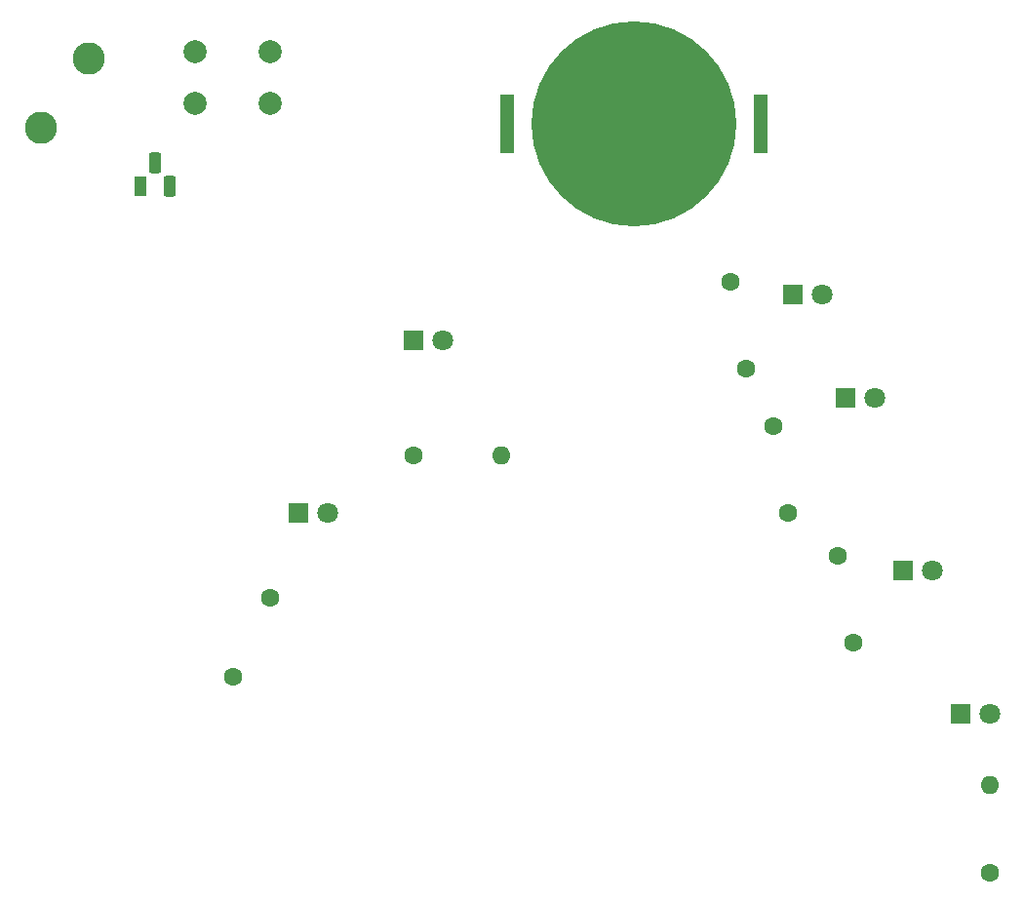
<source format=gbr>
%TF.GenerationSoftware,KiCad,Pcbnew,8.0.6*%
%TF.CreationDate,2025-04-24T23:31:37-04:00*%
%TF.ProjectId,hcsolder,6863736f-6c64-4657-922e-6b696361645f,rev?*%
%TF.SameCoordinates,Original*%
%TF.FileFunction,Soldermask,Top*%
%TF.FilePolarity,Negative*%
%FSLAX46Y46*%
G04 Gerber Fmt 4.6, Leading zero omitted, Abs format (unit mm)*
G04 Created by KiCad (PCBNEW 8.0.6) date 2025-04-24 23:31:37*
%MOMM*%
%LPD*%
G01*
G04 APERTURE LIST*
G04 Aperture macros list*
%AMRoundRect*
0 Rectangle with rounded corners*
0 $1 Rounding radius*
0 $2 $3 $4 $5 $6 $7 $8 $9 X,Y pos of 4 corners*
0 Add a 4 corners polygon primitive as box body*
4,1,4,$2,$3,$4,$5,$6,$7,$8,$9,$2,$3,0*
0 Add four circle primitives for the rounded corners*
1,1,$1+$1,$2,$3*
1,1,$1+$1,$4,$5*
1,1,$1+$1,$6,$7*
1,1,$1+$1,$8,$9*
0 Add four rect primitives between the rounded corners*
20,1,$1+$1,$2,$3,$4,$5,0*
20,1,$1+$1,$4,$5,$6,$7,0*
20,1,$1+$1,$6,$7,$8,$9,0*
20,1,$1+$1,$8,$9,$2,$3,0*%
%AMHorizOval*
0 Thick line with rounded ends*
0 $1 width*
0 $2 $3 position (X,Y) of the first rounded end (center of the circle)*
0 $4 $5 position (X,Y) of the second rounded end (center of the circle)*
0 Add line between two ends*
20,1,$1,$2,$3,$4,$5,0*
0 Add two circle primitives to create the rounded ends*
1,1,$1,$2,$3*
1,1,$1,$4,$5*%
G04 Aperture macros list end*
%ADD10C,1.600000*%
%ADD11HorizOval,1.600000X0.000000X0.000000X0.000000X0.000000X0*%
%ADD12C,2.000000*%
%ADD13O,1.600000X1.600000*%
%ADD14R,1.800000X1.800000*%
%ADD15C,1.800000*%
%ADD16R,1.100000X1.800000*%
%ADD17RoundRect,0.275000X-0.275000X-0.625000X0.275000X-0.625000X0.275000X0.625000X-0.275000X0.625000X0*%
%ADD18R,1.270000X5.080000*%
%ADD19C,17.800000*%
%ADD20C,2.800000*%
%ADD21HorizOval,1.600000X0.000000X0.000000X0.000000X0.000000X0*%
G04 APERTURE END LIST*
D10*
%TO.C,R4*%
X163676801Y-107495765D03*
D11*
X165000000Y-115000000D03*
%TD*%
D12*
%TO.C,SW1*%
X113500000Y-75000000D03*
X120000000Y-75000000D03*
X113500000Y-79500000D03*
X120000000Y-79500000D03*
%TD*%
D10*
%TO.C,R1*%
X132500000Y-110000000D03*
D13*
X140120000Y-110000000D03*
%TD*%
D10*
%TO.C,R5*%
X169338401Y-118747883D03*
D11*
X170661600Y-126252118D03*
%TD*%
D14*
%TO.C,D4*%
X170000000Y-105000000D03*
D15*
X172540000Y-105000000D03*
%TD*%
D16*
%TO.C,Q1*%
X108730000Y-86670000D03*
D17*
X110000000Y-84600000D03*
X111270000Y-86670000D03*
%TD*%
D10*
%TO.C,R6*%
X182500000Y-146310000D03*
D13*
X182500000Y-138690000D03*
%TD*%
D14*
%TO.C,D2*%
X122460000Y-115000000D03*
D15*
X125000000Y-115000000D03*
%TD*%
D18*
%TO.C,BT1*%
X140610000Y-81260000D03*
X162580000Y-81260000D03*
D19*
X151595000Y-81260000D03*
%TD*%
D10*
%TO.C,R3*%
X160000000Y-95000000D03*
D11*
X161323199Y-102504235D03*
%TD*%
D14*
%TO.C,D5*%
X174960000Y-120000000D03*
D15*
X177500000Y-120000000D03*
%TD*%
D14*
%TO.C,D3*%
X165400000Y-96070000D03*
D15*
X167940000Y-96070000D03*
%TD*%
D14*
%TO.C,D6*%
X179960000Y-132500000D03*
D15*
X182500000Y-132500000D03*
%TD*%
D20*
%TO.C,R7*%
X104320000Y-75550000D03*
X100092740Y-81587149D03*
%TD*%
D10*
%TO.C,R2*%
X120000000Y-122380000D03*
D21*
X116779649Y-129286065D03*
%TD*%
D14*
%TO.C,D1*%
X132460000Y-100000000D03*
D15*
X135000000Y-100000000D03*
%TD*%
M02*

</source>
